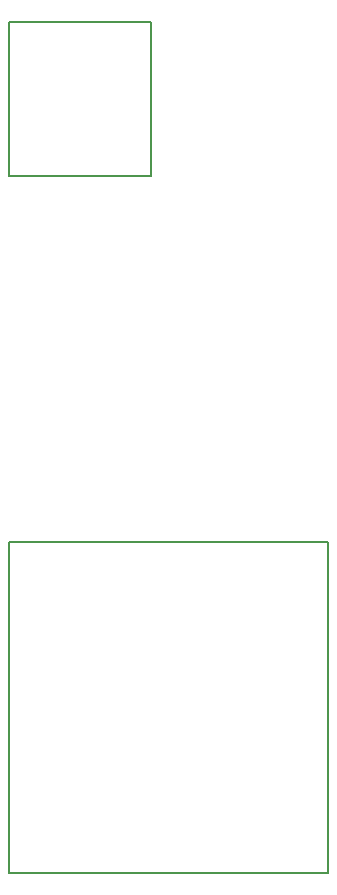
<source format=gm1>
%MOIN*%
%OFA0B0*%
%FSLAX46Y46*%
%IPPOS*%
%LPD*%
%ADD10C,0.0039370078740157488*%
%ADD11C,0.005905511811023622*%
%ADD22C,0.0039370078740157488*%
%ADD23C,0.005905511811023622*%
%LPD*%
G01*
D10*
D11*
X0000000000Y0000000000D02*
X0000000000Y0001102362D01*
X0001062992Y0000000000D02*
X0000000000Y0000000000D01*
X0001062992Y0001102362D02*
X0001062992Y0000000000D01*
X0000000000Y0001102362D02*
X0001062992Y0001102362D01*
G04 next file*
%LPD*%
G04 #@! TF.FileFunction,Profile,NP*
G04 Gerber Fmt 4.6, Leading zero omitted, Abs format (unit mm)*
G04 Created by KiCad (PCBNEW 4.0.7) date 06/05/18 11:02:08*
G01*
G04 APERTURE LIST*
G04 APERTURE END LIST*
D22*
D23*
X0000000000Y0002322834D02*
X0000000000Y0002834645D01*
X0000472440Y0002322834D02*
X0000000000Y0002322834D01*
X0000472440Y0002834645D02*
X0000472440Y0002322834D01*
X0000000000Y0002834645D02*
X0000472440Y0002834645D01*
M02*
</source>
